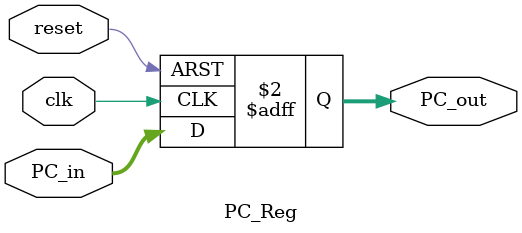
<source format=v>
`timescale 1ns / 1ps


module PC_Reg(clk, reset, PC_in, PC_out);

input clk, reset;
input      [31:0] PC_in;
output reg [31:0] PC_out;

always @(posedge clk or posedge reset)
begin
if(reset)
    PC_out <= 32'b0;
else
    PC_out <= PC_in;    
end

endmodule

</source>
